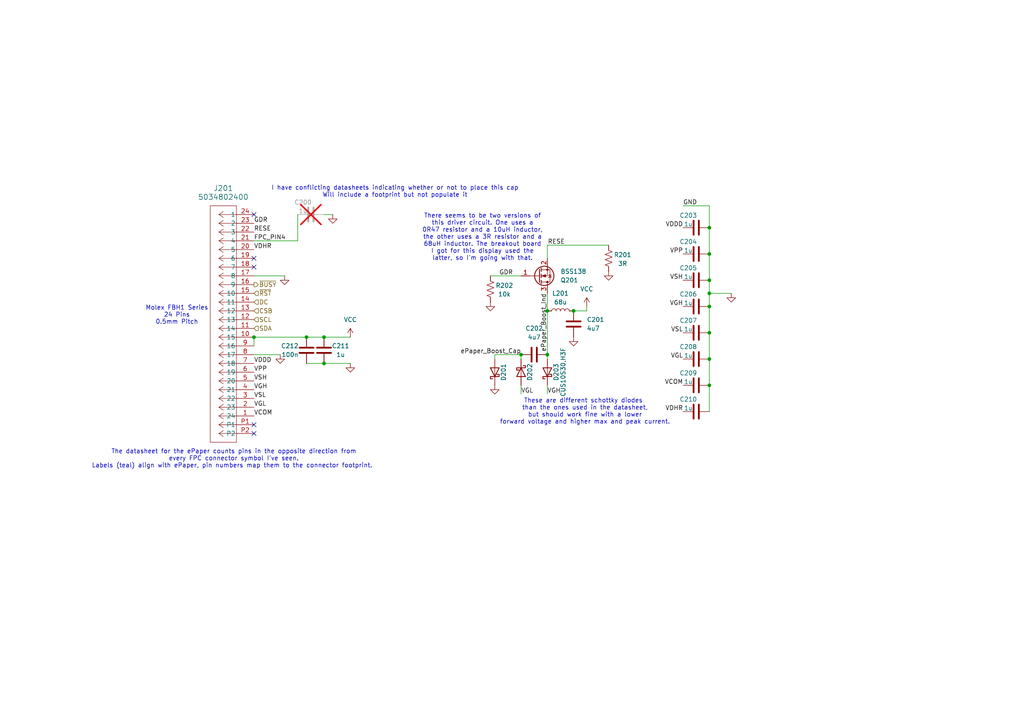
<source format=kicad_sch>
(kicad_sch (version 20250114) (generator "eeschema") (generator_version "9.0")
  (paper "A4")
  (title_block (title "Game of Life PCB Business Card") (date "2025-08-29") (rev "1.0") (company "Adam Sura"))
  (lib_symbols
    (symbol "Device:C" (pin_numbers (hide yes)) (pin_names (offset 0.254))
      (property "Reference" "C" (at 0.635 2.54 0))
      (property "Value" "C" (at 0.635 -2.54 0))
      (symbol "C_0_1"
        (polyline (pts (xy -2.032 0.762) (xy 2.032 0.762)) (stroke (width 0.508)))
        (polyline (pts (xy -2.032 -0.762) (xy 2.032 -0.762)) (stroke (width 0.508)))
      )
      (symbol "C_1_1"
        (pin passive line (at 0 3.81 270) (length 2.794) (name "~") (number "1"))
        (pin passive line (at 0 -3.81 90) (length 2.794) (name "~") (number "2"))
      )
    )
    (symbol "Device:D_Schottky" (pin_numbers (hide yes)) (pin_names (offset 1.016) (hide yes))
      (property "Reference" "D" (at 0 2.54 0))
      (property "Value" "D_Schottky" (at 0 -2.54 0))
      (symbol "D_Schottky_0_1"
        (polyline (pts (xy -1.905 0.635) (xy -1.905 1.27) (xy -1.27 1.27) (xy -1.27 -1.27) (xy -0.635 -1.27) (xy -0.635 -0.635)) (stroke (width 0.254)))
        (polyline (pts (xy 1.27 1.27) (xy 1.27 -1.27) (xy -1.27 0) (xy 1.27 1.27)) (stroke (width 0.254)))
        (polyline (pts (xy 1.27 0) (xy -1.27 0)))
      )
      (symbol "D_Schottky_1_1"
        (pin passive line (at -3.81 0 0) (length 2.54) (name "K") (number "1"))
        (pin passive line (at 3.81 0 180) (length 2.54) (name "A") (number "2"))
      )
    )
    (symbol "Device:L" (pin_numbers (hide yes)) (pin_names (offset 1.016) (hide yes))
      (property "Reference" "L" (at -1.27 0 90))
      (property "Value" "L" (at 1.905 0 90))
      (symbol "L_0_1"
        (arc (start 0 2.54) (mid 0.6323 1.905) (end 0 1.27))
        (arc (start 0 1.27) (mid 0.6323 0.635) (end 0 0))
        (arc (start 0 0) (mid 0.6323 -0.635) (end 0 -1.27))
        (arc (start 0 -1.27) (mid 0.6323 -1.905) (end 0 -2.54))
      )
      (symbol "L_1_1"
        (pin passive line (at 0 3.81 270) (length 1.27) (name "1") (number "1"))
        (pin passive line (at 0 -3.81 90) (length 1.27) (name "2") (number "2"))
      )
    )
    (symbol "Device:R_US" (pin_numbers (hide yes)) (pin_names (offset 0))
      (property "Reference" "R" (at 2.54 0 90))
      (property "Value" "R_US" (at -2.54 0 90))
      (symbol "R_US_0_1"
        (polyline (pts (xy 0 2.286) (xy 0 2.54)))
        (polyline (pts (xy 0 2.286) (xy 1.016 1.905) (xy 0 1.524) (xy -1.016 1.143) (xy 0 0.762)))
        (polyline (pts (xy 0 0.762) (xy 1.016 0.381) (xy 0 0) (xy -1.016 -0.381) (xy 0 -0.762)))
        (polyline (pts (xy 0 -0.762) (xy 1.016 -1.143) (xy 0 -1.524) (xy -1.016 -1.905) (xy 0 -2.286)))
        (polyline (pts (xy 0 -2.286) (xy 0 -2.54)))
      )
      (symbol "R_US_1_1"
        (pin passive line (at 0 3.81 270) (length 1.27) (name "~") (number "1"))
        (pin passive line (at 0 -3.81 90) (length 1.27) (name "~") (number "2"))
      )
    )
    (symbol "Transistor_FET:BSS138" (pin_names (hide yes))
      (property "Reference" "Q" (at 5.08 1.905 0))
      (property "Value" "BSS138" (at 5.08 0 0))
      (symbol "BSS138_0_1"
        (polyline (pts (xy 0.254 1.905) (xy 0.254 -1.905)) (stroke (width 0.254)))
        (polyline (pts (xy 0.254 0) (xy -2.54 0)))
        (polyline (pts (xy 0.762 2.286) (xy 0.762 1.27)) (stroke (width 0.254)))
        (polyline (pts (xy 0.762 0.508) (xy 0.762 -0.508)) (stroke (width 0.254)))
        (polyline (pts (xy 0.762 -1.27) (xy 0.762 -2.286)) (stroke (width 0.254)))
        (polyline (pts (xy 0.762 -1.778) (xy 3.302 -1.778) (xy 3.302 1.778) (xy 0.762 1.778)))
        (polyline (pts (xy 1.016 0) (xy 2.032 0.381) (xy 2.032 -0.381) (xy 1.016 0)) (fill (type outline)))
        (circle (center 1.651 0) (radius 2.794) (stroke (width 0.254)))
        (polyline (pts (xy 2.54 2.54) (xy 2.54 1.778)))
        (circle (center 2.54 1.778) (radius 0.254) (fill (type outline)))
        (circle (center 2.54 -1.778) (radius 0.254) (fill (type outline)))
        (polyline (pts (xy 2.54 -2.54) (xy 2.54 0) (xy 0.762 0)))
        (polyline (pts (xy 2.794 0.508) (xy 2.921 0.381) (xy 3.683 0.381) (xy 3.81 0.254)))
        (polyline (pts (xy 3.302 0.381) (xy 2.921 -0.254) (xy 3.683 -0.254) (xy 3.302 0.381)))
      )
      (symbol "BSS138_1_1"
        (pin input line (at -5.08 0 0) (length 2.54) (name "G") (number "1"))
        (pin passive line (at 2.54 5.08 270) (length 2.54) (name "D") (number "3"))
        (pin passive line (at 2.54 -5.08 90) (length 2.54) (name "S") (number "2"))
      )
    )
    (symbol "gol_card_sym:5034802400" (pin_names (offset 0.254))
      (property "Reference" "J" (at 8.89 6.35 0))
      (property "Value" "5034802400" (at 0 0 0))
      (symbol "5034802400_1_1"
        (polyline (pts (xy 5.08 2.54) (xy 5.08 -66.04)) (stroke (width 0.127)))
        (polyline (pts (xy 5.08 -66.04) (xy 12.7 -66.04)) (stroke (width 0.127)))
        (polyline (pts (xy 10.16 0) (xy 5.08 0)) (stroke (width 0.127)))
        (polyline (pts (xy 10.16 0) (xy 8.89 0.8467)) (stroke (width 0.127)))
        (polyline (pts (xy 10.16 0) (xy 8.89 -0.8467)) (stroke (width 0.127)))
        (polyline (pts (xy 10.16 -2.54) (xy 5.08 -2.54)) (stroke (width 0.127)))
        (polyline (pts (xy 10.16 -2.54) (xy 8.89 -1.6933)) (stroke (width 0.127)))
        (polyline (pts (xy 10.16 -2.54) (xy 8.89 -3.3867)) (stroke (width 0.127)))
        (polyline (pts (xy 10.16 -5.08) (xy 5.08 -5.08)) (stroke (width 0.127)))
        (polyline (pts (xy 10.16 -5.08) (xy 8.89 -4.2333)) (stroke (width 0.127)))
        (polyline (pts (xy 10.16 -5.08) (xy 8.89 -5.9267)) (stroke (width 0.127)))
        (polyline (pts (xy 10.16 -7.62) (xy 5.08 -7.62)) (stroke (width 0.127)))
        (polyline (pts (xy 10.16 -7.62) (xy 8.89 -6.7733)) (stroke (width 0.127)))
        (polyline (pts (xy 10.16 -7.62) (xy 8.89 -8.4667)) (stroke (width 0.127)))
        (polyline (pts (xy 10.16 -10.16) (xy 5.08 -10.16)) (stroke (width 0.127)))
        (polyline (pts (xy 10.16 -10.16) (xy 8.89 -9.3133)) (stroke (width 0.127)))
        (polyline (pts (xy 10.16 -10.16) (xy 8.89 -11.0067)) (stroke (width 0.127)))
        (polyline (pts (xy 10.16 -12.7) (xy 5.08 -12.7)) (stroke (width 0.127)))
        (polyline (pts (xy 10.16 -12.7) (xy 8.89 -11.8533)) (stroke (width 0.127)))
        (polyline (pts (xy 10.16 -12.7) (xy 8.89 -13.5467)) (stroke (width 0.127)))
        (polyline (pts (xy 10.16 -15.24) (xy 5.08 -15.24)) (stroke (width 0.127)))
        (polyline (pts (xy 10.16 -15.24) (xy 8.89 -14.3933)) (stroke (width 0.127)))
        (polyline (pts (xy 10.16 -15.24) (xy 8.89 -16.0867)) (stroke (width 0.127)))
        (polyline (pts (xy 10.16 -17.78) (xy 5.08 -17.78)) (stroke (width 0.127)))
        (polyline (pts (xy 10.16 -17.78) (xy 8.89 -16.9333)) (stroke (width 0.127)))
        (polyline (pts (xy 10.16 -17.78) (xy 8.89 -18.6267)) (stroke (width 0.127)))
        (polyline (pts (xy 10.16 -20.32) (xy 5.08 -20.32)) (stroke (width 0.127)))
        (polyline (pts (xy 10.16 -20.32) (xy 8.89 -19.4733)) (stroke (width 0.127)))
        (polyline (pts (xy 10.16 -20.32) (xy 8.89 -21.1667)) (stroke (width 0.127)))
        (polyline (pts (xy 10.16 -22.86) (xy 5.08 -22.86)) (stroke (width 0.127)))
        (polyline (pts (xy 10.16 -22.86) (xy 8.89 -22.0133)) (stroke (width 0.127)))
        (polyline (pts (xy 10.16 -22.86) (xy 8.89 -23.7067)) (stroke (width 0.127)))
        (polyline (pts (xy 10.16 -25.4) (xy 5.08 -25.4)) (stroke (width 0.127)))
        (polyline (pts (xy 10.16 -25.4) (xy 8.89 -24.5533)) (stroke (width 0.127)))
        (polyline (pts (xy 10.16 -25.4) (xy 8.89 -26.2467)) (stroke (width 0.127)))
        (polyline (pts (xy 10.16 -27.94) (xy 5.08 -27.94)) (stroke (width 0.127)))
        (polyline (pts (xy 10.16 -27.94) (xy 8.89 -27.0933)) (stroke (width 0.127)))
        (polyline (pts (xy 10.16 -27.94) (xy 8.89 -28.7867)) (stroke (width 0.127)))
        (polyline (pts (xy 10.16 -30.48) (xy 5.08 -30.48)) (stroke (width 0.127)))
        (polyline (pts (xy 10.16 -30.48) (xy 8.89 -29.6333)) (stroke (width 0.127)))
        (polyline (pts (xy 10.16 -30.48) (xy 8.89 -31.3267)) (stroke (width 0.127)))
        (polyline (pts (xy 10.16 -33.02) (xy 5.08 -33.02)) (stroke (width 0.127)))
        (polyline (pts (xy 10.16 -33.02) (xy 8.89 -32.1733)) (stroke (width 0.127)))
        (polyline (pts (xy 10.16 -33.02) (xy 8.89 -33.8667)) (stroke (width 0.127)))
        (polyline (pts (xy 10.16 -35.56) (xy 5.08 -35.56)) (stroke (width 0.127)))
        (polyline (pts (xy 10.16 -35.56) (xy 8.89 -34.7133)) (stroke (width 0.127)))
        (polyline (pts (xy 10.16 -35.56) (xy 8.89 -36.4067)) (stroke (width 0.127)))
        (polyline (pts (xy 10.16 -38.1) (xy 5.08 -38.1)) (stroke (width 0.127)))
        (polyline (pts (xy 10.16 -38.1) (xy 8.89 -37.2533)) (stroke (width 0.127)))
        (polyline (pts (xy 10.16 -38.1) (xy 8.89 -38.9467)) (stroke (width 0.127)))
        (polyline (pts (xy 10.16 -40.64) (xy 5.08 -40.64)) (stroke (width 0.127)))
        (polyline (pts (xy 10.16 -40.64) (xy 8.89 -39.7933)) (stroke (width 0.127)))
        (polyline (pts (xy 10.16 -40.64) (xy 8.89 -41.4867)) (stroke (width 0.127)))
        (polyline (pts (xy 10.16 -43.18) (xy 5.08 -43.18)) (stroke (width 0.127)))
        (polyline (pts (xy 10.16 -43.18) (xy 8.89 -42.3333)) (stroke (width 0.127)))
        (polyline (pts (xy 10.16 -43.18) (xy 8.89 -44.0267)) (stroke (width 0.127)))
        (polyline (pts (xy 10.16 -45.72) (xy 5.08 -45.72)) (stroke (width 0.127)))
        (polyline (pts (xy 10.16 -45.72) (xy 8.89 -44.8733)) (stroke (width 0.127)))
        (polyline (pts (xy 10.16 -45.72) (xy 8.89 -46.5667)) (stroke (width 0.127)))
        (polyline (pts (xy 10.16 -48.26) (xy 5.08 -48.26)) (stroke (width 0.127)))
        (polyline (pts (xy 10.16 -48.26) (xy 8.89 -47.4133)) (stroke (width 0.127)))
        (polyline (pts (xy 10.16 -48.26) (xy 8.89 -49.1067)) (stroke (width 0.127)))
        (polyline (pts (xy 10.16 -50.8) (xy 5.08 -50.8)) (stroke (width 0.127)))
        (polyline (pts (xy 10.16 -50.8) (xy 8.89 -49.9533)) (stroke (width 0.127)))
        (polyline (pts (xy 10.16 -50.8) (xy 8.89 -51.6467)) (stroke (width 0.127)))
        (polyline (pts (xy 10.16 -53.34) (xy 5.08 -53.34)) (stroke (width 0.127)))
        (polyline (pts (xy 10.16 -53.34) (xy 8.89 -52.4933)) (stroke (width 0.127)))
        (polyline (pts (xy 10.16 -53.34) (xy 8.89 -54.1867)) (stroke (width 0.127)))
        (polyline (pts (xy 10.16 -55.88) (xy 5.08 -55.88)) (stroke (width 0.127)))
        (polyline (pts (xy 10.16 -55.88) (xy 8.89 -55.0333)) (stroke (width 0.127)))
        (polyline (pts (xy 10.16 -55.88) (xy 8.89 -56.7267)) (stroke (width 0.127)))
        (polyline (pts (xy 10.16 -58.42) (xy 5.08 -58.42)) (stroke (width 0.127)))
        (polyline (pts (xy 10.16 -58.42) (xy 8.89 -57.5733)) (stroke (width 0.127)))
        (polyline (pts (xy 10.16 -58.42) (xy 8.89 -59.2667)) (stroke (width 0.127)))
        (polyline (pts (xy 10.16 -60.96) (xy 5.08 -60.96)) (stroke (width 0.127)))
        (polyline (pts (xy 10.16 -60.96) (xy 8.89 -60.1133)) (stroke (width 0.127)))
        (polyline (pts (xy 10.16 -60.96) (xy 8.89 -61.8067)) (stroke (width 0.127)))
        (polyline (pts (xy 10.16 -63.5) (xy 5.08 -63.5)) (stroke (width 0.127)))
        (polyline (pts (xy 10.16 -63.5) (xy 8.89 -62.6533)) (stroke (width 0.127)))
        (polyline (pts (xy 10.16 -63.5) (xy 8.89 -64.3467)) (stroke (width 0.127)))
        (polyline (pts (xy 12.7 2.54) (xy 5.08 2.54)) (stroke (width 0.127)))
        (polyline (pts (xy 12.7 -66.04) (xy 12.7 2.54)) (stroke (width 0.127)))
        (pin unspecified line (at 0 0 0) (length 5.08) (name "1") (number "24"))
        (pin unspecified line (at 0 -2.54 0) (length 5.08) (name "2") (number "23"))
        (pin unspecified line (at 0 -5.08 0) (length 5.08) (name "3") (number "22"))
        (pin unspecified line (at 0 -7.62 0) (length 5.08) (name "4") (number "21"))
        (pin unspecified line (at 0 -10.16 0) (length 5.08) (name "5") (number "20"))
        (pin unspecified line (at 0 -12.7 0) (length 5.08) (name "6") (number "19"))
        (pin unspecified line (at 0 -15.24 0) (length 5.08) (name "7") (number "18"))
        (pin unspecified line (at 0 -17.78 0) (length 5.08) (name "8") (number "17"))
        (pin unspecified line (at 0 -20.32 0) (length 5.08) (name "9") (number "16"))
        (pin unspecified line (at 0 -22.86 0) (length 5.08) (name "10") (number "15"))
        (pin unspecified line (at 0 -25.4 0) (length 5.08) (name "11") (number "14"))
        (pin unspecified line (at 0 -27.94 0) (length 5.08) (name "12") (number "13"))
        (pin unspecified line (at 0 -30.48 0) (length 5.08) (name "13") (number "12"))
        (pin unspecified line (at 0 -33.02 0) (length 5.08) (name "14") (number "11"))
        (pin unspecified line (at 0 -35.56 0) (length 5.08) (name "15") (number "10"))
        (pin unspecified line (at 0 -38.1 0) (length 5.08) (name "16") (number "9"))
        (pin unspecified line (at 0 -40.64 0) (length 5.08) (name "17") (number "8"))
        (pin unspecified line (at 0 -43.18 0) (length 5.08) (name "18") (number "7"))
        (pin unspecified line (at 0 -45.72 0) (length 5.08) (name "19") (number "6"))
        (pin unspecified line (at 0 -48.26 0) (length 5.08) (name "20") (number "5"))
        (pin unspecified line (at 0 -50.8 0) (length 5.08) (name "21") (number "4"))
        (pin unspecified line (at 0 -53.34 0) (length 5.08) (name "22") (number "3"))
        (pin unspecified line (at 0 -55.88 0) (length 5.08) (name "23") (number "2"))
        (pin unspecified line (at 0 -58.42 0) (length 5.08) (name "24") (number "1"))
        (pin unspecified line (at 0 -60.96 0) (length 5.08) (name "P1") (number "P1"))
        (pin unspecified line (at 0 -63.5 0) (length 5.08) (name "P2") (number "P2"))
      )
      (symbol "5034802400_1_2"
        (polyline (pts (xy 5.08 2.54) (xy 5.08 -66.04)) (stroke (width 0.127)))
        (polyline (pts (xy 5.08 -66.04) (xy 12.7 -66.04)) (stroke (width 0.127)))
        (polyline (pts (xy 7.62 0) (xy 5.08 0)) (stroke (width 0.127)))
        (polyline (pts (xy 7.62 0) (xy 8.89 0.8467)) (stroke (width 0.127)))
        (polyline (pts (xy 7.62 0) (xy 8.89 -0.8467)) (stroke (width 0.127)))
        (polyline (pts (xy 7.62 -2.54) (xy 5.08 -2.54)) (stroke (width 0.127)))
        (polyline (pts (xy 7.62 -2.54) (xy 8.89 -1.6933)) (stroke (width 0.127)))
        (polyline (pts (xy 7.62 -2.54) (xy 8.89 -3.3867)) (stroke (width 0.127)))
        (polyline (pts (xy 7.62 -5.08) (xy 5.08 -5.08)) (stroke (width 0.127)))
        (polyline (pts (xy 7.62 -5.08) (xy 8.89 -4.2333)) (stroke (width 0.127)))
        (polyline (pts (xy 7.62 -5.08) (xy 8.89 -5.9267)) (stroke (width 0.127)))
        (polyline (pts (xy 7.62 -7.62) (xy 5.08 -7.62)) (stroke (width 0.127)))
        (polyline (pts (xy 7.62 -7.62) (xy 8.89 -6.7733)) (stroke (width 0.127)))
        (polyline (pts (xy 7.62 -7.62) (xy 8.89 -8.4667)) (stroke (width 0.127)))
        (polyline (pts (xy 7.62 -10.16) (xy 5.08 -10.16)) (stroke (width 0.127)))
        (polyline (pts (xy 7.62 -10.16) (xy 8.89 -9.3133)) (stroke (width 0.127)))
        (polyline (pts (xy 7.62 -10.16) (xy 8.89 -11.0067)) (stroke (width 0.127)))
        (polyline (pts (xy 7.62 -12.7) (xy 5.08 -12.7)) (stroke (width 0.127)))
        (polyline (pts (xy 7.62 -12.7) (xy 8.89 -11.8533)) (stroke (width 0.127)))
        (polyline (pts (xy 7.62 -12.7) (xy 8.89 -13.5467)) (stroke (width 0.127)))
        (polyline (pts (xy 7.62 -15.24) (xy 5.08 -15.24)) (stroke (width 0.127)))
        (polyline (pts (xy 7.62 -15.24) (xy 8.89 -14.3933)) (stroke (width 0.127)))
        (polyline (pts (xy 7.62 -15.24) (xy 8.89 -16.0867)) (stroke (width 0.127)))
        (polyline (pts (xy 7.62 -17.78) (xy 5.08 -17.78)) (stroke (width 0.127)))
        (polyline (pts (xy 7.62 -17.78) (xy 8.89 -16.9333)) (stroke (width 0.127)))
        (polyline (pts (xy 7.62 -17.78) (xy 8.89 -18.6267)) (stroke (width 0.127)))
        (polyline (pts (xy 7.62 -20.32) (xy 5.08 -20.32)) (stroke (width 0.127)))
        (polyline (pts (xy 7.62 -20.32) (xy 8.89 -19.4733)) (stroke (width 0.127)))
        (polyline (pts (xy 7.62 -20.32) (xy 8.89 -21.1667)) (stroke (width 0.127)))
        (polyline (pts (xy 7.62 -22.86) (xy 5.08 -22.86)) (stroke (width 0.127)))
        (polyline (pts (xy 7.62 -22.86) (xy 8.89 -22.0133)) (stroke (width 0.127)))
        (polyline (pts (xy 7.62 -22.86) (xy 8.89 -23.7067)) (stroke (width 0.127)))
        (polyline (pts (xy 7.62 -25.4) (xy 5.08 -25.4)) (stroke (width 0.127)))
        (polyline (pts (xy 7.62 -25.4) (xy 8.89 -24.5533)) (stroke (width 0.127)))
        (polyline (pts (xy 7.62 -25.4) (xy 8.89 -26.2467)) (stroke (width 0.127)))
        (polyline (pts (xy 7.62 -27.94) (xy 5.08 -27.94)) (stroke (width 0.127)))
        (polyline (pts (xy 7.62 -27.94) (xy 8.89 -27.0933)) (stroke (width 0.127)))
        (polyline (pts (xy 7.62 -27.94) (xy 8.89 -28.7867)) (stroke (width 0.127)))
        (polyline (pts (xy 7.62 -30.48) (xy 5.08 -30.48)) (stroke (width 0.127)))
        (polyline (pts (xy 7.62 -30.48) (xy 8.89 -29.6333)) (stroke (width 0.127)))
        (polyline (pts (xy 7.62 -30.48) (xy 8.89 -31.3267)) (stroke (width 0.127)))
        (polyline (pts (xy 7.62 -33.02) (xy 5.08 -33.02)) (stroke (width 0.127)))
        (polyline (pts (xy 7.62 -33.02) (xy 8.89 -32.1733)) (stroke (width 0.127)))
        (polyline (pts (xy 7.62 -33.02) (xy 8.89 -33.8667)) (stroke (width 0.127)))
        (polyline (pts (xy 7.62 -35.56) (xy 5.08 -35.56)) (stroke (width 0.127)))
        (polyline (pts (xy 7.62 -35.56) (xy 8.89 -34.7133)) (stroke (width 0.127)))
        (polyline (pts (xy 7.62 -35.56) (xy 8.89 -36.4067)) (stroke (width 0.127)))
        (polyline (pts (xy 7.62 -38.1) (xy 5.08 -38.1)) (stroke (width 0.127)))
        (polyline (pts (xy 7.62 -38.1) (xy 8.89 -37.2533)) (stroke (width 0.127)))
        (polyline (pts (xy 7.62 -38.1) (xy 8.89 -38.9467)) (stroke (width 0.127)))
        (polyline (pts (xy 7.62 -40.64) (xy 5.08 -40.64)) (stroke (width 0.127)))
        (polyline (pts (xy 7.62 -40.64) (xy 8.89 -39.7933)) (stroke (width 0.127)))
        (polyline (pts (xy 7.62 -40.64) (xy 8.89 -41.4867)) (stroke (width 0.127)))
        (polyline (pts (xy 7.62 -43.18) (xy 5.08 -43.18)) (stroke (width 0.127)))
        (polyline (pts (xy 7.62 -43.18) (xy 8.89 -42.3333)) (stroke (width 0.127)))
        (polyline (pts (xy 7.62 -43.18) (xy 8.89 -44.0267)) (stroke (width 0.127)))
        (polyline (pts (xy 7.62 -45.72) (xy 5.08 -45.72)) (stroke (width 0.127)))
        (polyline (pts (xy 7.62 -45.72) (xy 8.89 -44.8733)) (stroke (width 0.127)))
        (polyline (pts (xy 7.62 -45.72) (xy 8.89 -46.5667)) (stroke (width 0.127)))
        (polyline (pts (xy 7.62 -48.26) (xy 5.08 -48.26)) (stroke (width 0.127)))
        (polyline (pts (xy 7.62 -48.26) (xy 8.89 -47.4133)) (stroke (width 0.127)))
        (polyline (pts (xy 7.62 -48.26) (xy 8.89 -49.1067)) (stroke (width 0.127)))
        (polyline (pts (xy 7.62 -50.8) (xy 5.08 -50.8)) (stroke (width 0.127)))
        (polyline (pts (xy 7.62 -50.8) (xy 8.89 -49.9533)) (stroke (width 0.127)))
        (polyline (pts (xy 7.62 -50.8) (xy 8.89 -51.6467)) (stroke (width 0.127)))
        (polyline (pts (xy 7.62 -53.34) (xy 5.08 -53.34)) (stroke (width 0.127)))
        (polyline (pts (xy 7.62 -53.34) (xy 8.89 -52.4933)) (stroke (width 0.127)))
        (polyline (pts (xy 7.62 -53.34) (xy 8.89 -54.1867)) (stroke (width 0.127)))
        (polyline (pts (xy 7.62 -55.88) (xy 5.08 -55.88)) (stroke (width 0.127)))
        (polyline (pts (xy 7.62 -55.88) (xy 8.89 -55.0333)) (stroke (width 0.127)))
        (polyline (pts (xy 7.62 -55.88) (xy 8.89 -56.7267)) (stroke (width 0.127)))
        (polyline (pts (xy 7.62 -58.42) (xy 5.08 -58.42)) (stroke (width 0.127)))
        (polyline (pts (xy 7.62 -58.42) (xy 8.89 -57.5733)) (stroke (width 0.127)))
        (polyline (pts (xy 7.62 -58.42) (xy 8.89 -59.2667)) (stroke (width 0.127)))
        (polyline (pts (xy 7.62 -60.96) (xy 5.08 -60.96)) (stroke (width 0.127)))
        (polyline (pts (xy 7.62 -60.96) (xy 8.89 -60.1133)) (stroke (width 0.127)))
        (polyline (pts (xy 7.62 -60.96) (xy 8.89 -61.8067)) (stroke (width 0.127)))
        (polyline (pts (xy 7.62 -63.5) (xy 5.08 -63.5)) (stroke (width 0.127)))
        (polyline (pts (xy 7.62 -63.5) (xy 8.89 -62.6533)) (stroke (width 0.127)))
        (polyline (pts (xy 7.62 -63.5) (xy 8.89 -64.3467)) (stroke (width 0.127)))
        (polyline (pts (xy 12.7 2.54) (xy 5.08 2.54)) (stroke (width 0.127)))
        (polyline (pts (xy 12.7 -66.04) (xy 12.7 2.54)) (stroke (width 0.127)))
        (pin unspecified line (at 0 0 0) (length 5.08) (name "1") (number "1"))
        (pin unspecified line (at 0 -2.54 0) (length 5.08) (name "2") (number "2"))
        (pin unspecified line (at 0 -5.08 0) (length 5.08) (name "3") (number "3"))
        (pin unspecified line (at 0 -7.62 0) (length 5.08) (name "4") (number "4"))
        (pin unspecified line (at 0 -10.16 0) (length 5.08) (name "5") (number "5"))
        (pin unspecified line (at 0 -12.7 0) (length 5.08) (name "6") (number "6"))
        (pin unspecified line (at 0 -15.24 0) (length 5.08) (name "7") (number "7"))
        (pin unspecified line (at 0 -17.78 0) (length 5.08) (name "8") (number "8"))
        (pin unspecified line (at 0 -20.32 0) (length 5.08) (name "9") (number "9"))
        (pin unspecified line (at 0 -22.86 0) (length 5.08) (name "10") (number "10"))
        (pin unspecified line (at 0 -25.4 0) (length 5.08) (name "11") (number "11"))
        (pin unspecified line (at 0 -27.94 0) (length 5.08) (name "12") (number "12"))
        (pin unspecified line (at 0 -30.48 0) (length 5.08) (name "13") (number "13"))
        (pin unspecified line (at 0 -33.02 0) (length 5.08) (name "14") (number "14"))
        (pin unspecified line (at 0 -35.56 0) (length 5.08) (name "15") (number "15"))
        (pin unspecified line (at 0 -38.1 0) (length 5.08) (name "16") (number "16"))
        (pin unspecified line (at 0 -40.64 0) (length 5.08) (name "17") (number "17"))
        (pin unspecified line (at 0 -43.18 0) (length 5.08) (name "18") (number "18"))
        (pin unspecified line (at 0 -45.72 0) (length 5.08) (name "19") (number "19"))
        (pin unspecified line (at 0 -48.26 0) (length 5.08) (name "20") (number "20"))
        (pin unspecified line (at 0 -50.8 0) (length 5.08) (name "21") (number "21"))
        (pin unspecified line (at 0 -53.34 0) (length 5.08) (name "22") (number "22"))
        (pin unspecified line (at 0 -55.88 0) (length 5.08) (name "23") (number "23"))
        (pin unspecified line (at 0 -58.42 0) (length 5.08) (name "24") (number "24"))
        (pin unspecified line (at 0 -60.96 0) (length 5.08) (name "P1") (number "P1"))
        (pin unspecified line (at 0 -63.5 0) (length 5.08) (name "P2") (number "P2"))
      )
    )
    (symbol "power:GND" (power) (pin_numbers (hide yes)) (pin_names (offset 0) (hide yes))
      (property "Value" "GND" (at 0 -3.81 0))
      (symbol "GND_0_1"
        (polyline (pts (xy 0 0) (xy 0 -1.27) (xy 1.27 -1.27) (xy 0 -2.54) (xy -1.27 -1.27) (xy 0 -1.27)))
      )
      (symbol "GND_1_1"
        (pin power_in line (at 0 0 270) (length 0) (name "~") (number "1"))
      )
    )
    (symbol "power:VCC" (power) (pin_numbers (hide yes)) (pin_names (offset 0) (hide yes))
      (property "Value" "VCC" (at 0 3.556 0))
      (symbol "VCC_0_1"
        (polyline (pts (xy -0.762 1.27) (xy 0 2.54)))
        (polyline (pts (xy 0 2.54) (xy 0.762 1.27)))
        (polyline (pts (xy 0 0) (xy 0 2.54)))
      )
      (symbol "VCC_1_1"
        (pin power_in line (at 0 0 90) (length 0) (name "~") (number "1"))
      )
    )
  )
  (text "The datasheet for the ePaper counts pins in the opposite direction from\nevery FPC connector symbol I've seen.\nLabels (teal) align with ePaper, pin numbers map them to the connector footprint. " (at 67.818 133.096 0) (effects (font (size 1.27 1.27))))
  (text "Molex FBH1 Series\n24 Pins\n0.5mm Pitch" (at 51.308 91.44 0) (effects (font (size 1.27 1.27))))
  (text "These are different schottky diodes \nthan the ones used in the datasheet,\nbut should work fine with a lower\nforward voltage and higher max and peak current." (at 169.672 119.38 0) (effects (font (size 1.27 1.27))))
  (text "There seems to be two versions of\nthis driver circuit. One uses a\n0R47 resistor and a 10uH inductor,\nthe other uses a 3R resistor and a\n68uH inductor. The breakout board\nI got for this display used the\nlatter, so I'm going with that." (at 139.954 68.834 0) (effects (font (size 1.27 1.27))))
  (text "I have conflicting datasheets indicating whether or not to place this cap\nWill include a footprint but not populate it" (at 114.554 55.626 0) (effects (font (size 1.27 1.27))))
  (junction (at 158.75 102.87))
  (junction (at 205.74 66.04))
  (junction (at 93.98 97.79))
  (junction (at 205.74 88.9))
  (junction (at 205.74 111.76))
  (junction (at 93.98 105.41))
  (junction (at 205.74 96.52))
  (junction (at 151.13 102.87))
  (junction (at 205.74 104.14))
  (junction (at 205.74 85.09))
  (junction (at 205.74 81.28))
  (junction (at 205.74 73.66))
  (junction (at 73.66 97.79))
  (junction (at 166.37 90.17))
  (junction (at 88.9 97.79))
  (junction (at 158.75 90.17))
  (no_connect (at 73.66 62.23))
  (no_connect (at 73.66 123.19))
  (no_connect (at 73.66 74.93))
  (no_connect (at 73.66 77.47))
  (no_connect (at 73.66 125.73))
  (wire (pts (xy 101.6 105.41) (xy 93.98 105.41)))
  (wire (pts (xy 93.98 97.79) (xy 88.9 97.79)))
  (wire (pts (xy 73.66 80.01) (xy 82.55 80.01)))
  (wire (pts (xy 93.98 105.41) (xy 88.9 105.41)))
  (wire (pts (xy 151.13 102.87) (xy 143.51 102.87)))
  (wire (pts (xy 101.6 97.79) (xy 93.98 97.79)))
  (wire (pts (xy 151.13 102.87) (xy 151.13 104.14)))
  (wire (pts (xy 198.12 59.69) (xy 205.74 59.69)))
  (wire (pts (xy 93.98 62.23) (xy 96.52 62.23)))
  (wire (pts (xy 73.66 97.79) (xy 73.66 100.33)))
  (wire (pts (xy 73.66 102.87) (xy 81.28 102.87)))
  (wire (pts (xy 205.74 104.14) (xy 205.74 111.76)))
  (wire (pts (xy 205.74 81.28) (xy 205.74 85.09)))
  (wire (pts (xy 143.51 102.87) (xy 143.51 104.14)))
  (wire (pts (xy 158.75 74.93) (xy 158.75 71.12)))
  (wire (pts (xy 158.75 85.09) (xy 158.75 90.17)))
  (wire (pts (xy 158.75 111.76) (xy 158.75 114.3)))
  (wire (pts (xy 205.74 66.04) (xy 205.74 73.66)))
  (wire (pts (xy 205.74 88.9) (xy 205.74 96.52)))
  (wire (pts (xy 86.36 69.85) (xy 86.36 62.23)))
  (wire (pts (xy 205.74 59.69) (xy 205.74 66.04)))
  (wire (pts (xy 205.74 111.76) (xy 205.74 119.38)))
  (wire (pts (xy 73.66 69.85) (xy 86.36 69.85)))
  (wire (pts (xy 73.66 97.79) (xy 88.9 97.79)))
  (wire (pts (xy 158.75 90.17) (xy 158.75 102.87)))
  (wire (pts (xy 205.74 73.66) (xy 205.74 81.28)))
  (wire (pts (xy 151.13 111.76) (xy 151.13 114.3)))
  (wire (pts (xy 170.18 88.9) (xy 170.18 90.17)))
  (wire (pts (xy 205.74 85.09) (xy 212.09 85.09)))
  (wire (pts (xy 142.24 80.01) (xy 151.13 80.01)))
  (wire (pts (xy 205.74 85.09) (xy 205.74 88.9)))
  (wire (pts (xy 158.75 71.12) (xy 176.53 71.12)))
  (wire (pts (xy 205.74 96.52) (xy 205.74 104.14)))
  (wire (pts (xy 166.37 90.17) (xy 170.18 90.17)))
  (wire (pts (xy 158.75 102.87) (xy 158.75 104.14)))
  (label "VDDD" (at 73.66 105.41 0))
  (label "VGL" (at 151.13 114.3 0))
  (label "VPP" (at 198.12 73.66 180))
  (label "VDDD" (at 198.12 66.04 180))
  (label "ePaper_Boost_Ind" (at 158.75 85.09 270))
  (label "VSL" (at 198.12 96.52 180))
  (label "GDR" (at 144.78 80.01 0))
  (label "VDHR" (at 73.66 72.39 0))
  (label "VGH" (at 198.12 88.9 180))
  (label "VSL" (at 73.66 115.57 0))
  (label "VDHR" (at 198.12 119.38 180))
  (label "RESE" (at 73.66 67.31 0))
  (label "VCOM" (at 198.12 111.76 180))
  (label "VGH" (at 73.66 113.03 0))
  (label "GDR" (at 73.66 64.77 0))
  (label "ePaper_Boost_Cap" (at 151.13 102.87 180))
  (label "VPP" (at 73.66 107.95 0))
  (label "RESE" (at 163.83 71.12 180))
  (label "VGL" (at 198.12 104.14 180))
  (label "GND" (at 198.12 59.69 0))
  (label "VGL" (at 73.66 118.11 0))
  (label "VSH" (at 73.66 110.49 0))
  (label "VGH" (at 158.75 114.3 0))
  (label "VCOM" (at 73.66 120.65 0))
  (label "VSH" (at 198.12 81.28 180))
  (label "FPC_PIN4" (at 73.66 69.85 0))
  (hierarchical_label "~{BUSY}" (shape output) (at 73.66 82.55 0))
  (hierarchical_label "SDA" (shape input) (at 73.66 95.25 0))
  (hierarchical_label "DC" (shape input) (at 73.66 87.63 0))
  (hierarchical_label "SCL" (shape input) (at 73.66 92.71 0))
  (hierarchical_label "CSB" (shape input) (at 73.66 90.17 0))
  (hierarchical_label "~{RST}" (shape input) (at 73.66 85.09 0))
  (symbol (lib_id "Device:C") (at 201.93 66.04 90) (unit 1)
    (property "Reference" "C203" (at 199.644 62.484 90))
    (property "Value" "1u" (at 199.644 65.024 90))
    (property "Footprint" "Capacitor_SMD:C_0603_1608Metric" (effects (hide yes)))
    (property "Datasheet" "https://mm.digikey.com/Volume0/opasdata/d220001/medias/docus/3644/CL10B105KA8NNNC_spec.pdf" (effects (hide yes)))
    (property "Description" "Unpolarized capacitor" (effects (hide yes)))
    (property "SKU" "CL10B105KA8NNNC" (effects (hide yes)))
  )
  (symbol (lib_id "Device:C") (at 201.93 81.28 90) (unit 1)
    (property "Reference" "C205" (at 199.644 77.724 90))
    (property "Value" "1u" (at 199.644 80.264 90))
    (property "Footprint" "Capacitor_SMD:C_0603_1608Metric" (effects (hide yes)))
    (property "Datasheet" "https://mm.digikey.com/Volume0/opasdata/d220001/medias/docus/3644/CL10B105KA8NNNC_spec.pdf" (effects (hide yes)))
    (property "Description" "Unpolarized capacitor" (effects (hide yes)))
    (property "SKU" "CL10B105KA8NNNC" (effects (hide yes)))
  )
  (symbol (lib_id "power:GND") (at 142.24 87.63 0) (unit 1)
    (property "Reference" "#PWR09" (effects (hide yes)))
    (property "Value" "GND" (effects (hide yes)))
    (property "Description" "Power symbol creates a global label with name \"GND\" , ground" (effects (hide yes)))
  )
  (symbol (lib_id "Device:C") (at 93.98 101.6 0) (mirror y) (unit 1)
    (property "Reference" "C211" (at 98.806 100.33 0))
    (property "Value" "1u" (at 98.806 102.87 0))
    (property "Footprint" "Capacitor_SMD:C_0603_1608Metric" (effects (hide yes)))
    (property "Datasheet" "https://mm.digikey.com/Volume0/opasdata/d220001/medias/docus/3644/CL10B105KA8NNNC_spec.pdf" (effects (hide yes)))
    (property "Description" "Unpolarized capacitor" (effects (hide yes)))
    (property "SKU" "CL10B105KA8NNNC" (effects (hide yes)))
  )
  (symbol (lib_id "power:GND") (at 143.51 111.76 0) (unit 1)
    (property "Reference" "#PWR08" (effects (hide yes)))
    (property "Value" "GND" (effects (hide yes)))
    (property "Description" "Power symbol creates a global label with name \"GND\" , ground" (effects (hide yes)))
  )
  (symbol (lib_id "Device:C") (at 166.37 93.98 0) (unit 1)
    (property "Reference" "C201" (at 170.18 92.7099 0) (effects (justify left)))
    (property "Value" "4u7" (at 170.18 95.2499 0) (effects (justify left)))
    (property "Footprint" "Capacitor_SMD:C_0805_2012Metric" (effects (hide yes)))
    (property "Datasheet" "https://search.murata.co.jp/Ceramy/image/img/A01X/G101/ENG/GRM21BR61H475KE51-01.pdf" (effects (hide yes)))
    (property "Description" "Unpolarized capacitor" (effects (hide yes)))
    (property "SKU" "GRM21BR61H475KE51L" (effects (hide yes)))
  )
  (symbol (lib_id "Device:D_Schottky") (at 143.51 107.95 90) (unit 1)
    (property "Reference" "D201" (at 146.05 107.95 0))
    (property "Value" "CUS10S30,H3F" (effects (hide yes)))
    (property "Footprint" "Diode_SMD:D_SOD-323" (effects (hide yes)))
    (property "Datasheet" "https://toshiba.semicon-storage.com/info/CUS10S30_datasheet_en_20140407.pdf?did=14077&prodName=CUS10S30" (effects (hide yes)))
    (property "Description" "Schottky diode" (effects (hide yes)))
    (property "SKU" "CUS10S30,H3F" (effects (hide yes)))
  )
  (symbol (lib_id "power:VCC") (at 101.6 97.79 0) (mirror y) (unit 1)
    (property "Reference" "#PWR023" (effects (hide yes)))
    (property "Value" "VCC" (at 101.6 92.71 0))
    (property "Description" "Power symbol creates a global label with name \"VCC\"" (effects (hide yes)))
  )
  (symbol (lib_id "power:GND") (at 82.55 80.01 0) (unit 1)
    (property "Reference" "#PWR015" (effects (hide yes)))
    (property "Value" "GND" (effects (hide yes)))
    (property "Description" "Power symbol creates a global label with name \"GND\" , ground" (effects (hide yes)))
  )
  (symbol (lib_id "gol_card_sym:5034802400") (at 73.66 62.23 0) (mirror y) (unit 1)
    (property "Reference" "J201" (at 64.77 54.61 0) (effects (font (size 1.524 1.524))))
    (property "Value" "5034802400" (at 64.77 57.15 0) (effects (font (size 1.524 1.524))))
    (property "Footprint" "gol_card_fp:CON_5034802400_MOL" (effects (hide yes)))
    (property "Datasheet" "5034802400" (effects (hide yes)))
    (property "SKU" "5034802400" (effects (hide yes)))
  )
  (symbol (lib_id "Device:C") (at 88.9 101.6 0) (mirror y) (unit 1)
    (property "Reference" "C212" (at 86.614 100.33 0) (effects (justify left)))
    (property "Value" "100n" (at 86.614 102.87 0) (effects (justify left)))
    (property "Footprint" "Capacitor_SMD:C_0603_1608Metric" (effects (hide yes)))
    (property "Datasheet" "https://datasheets.kyocera-avx.com/KGM_X7R.pdf" (effects (hide yes)))
    (property "Description" "Unpolarized capacitor" (effects (hide yes)))
    (property "SKU" "KGM15BR71H104JT" (effects (hide yes)))
  )
  (symbol (lib_id "Device:C") (at 201.93 88.9 90) (unit 1)
    (property "Reference" "C206" (at 199.644 85.344 90))
    (property "Value" "1u" (at 199.644 87.884 90))
    (property "Footprint" "Capacitor_SMD:C_0603_1608Metric" (effects (hide yes)))
    (property "Datasheet" "https://mm.digikey.com/Volume0/opasdata/d220001/medias/docus/3644/CL10B105KA8NNNC_spec.pdf" (effects (hide yes)))
    (property "Description" "Unpolarized capacitor" (effects (hide yes)))
    (property "SKU" "CL10B105KA8NNNC" (effects (hide yes)))
  )
  (symbol (lib_id "Device:L") (at 162.56 90.17 90) (unit 1)
    (property "Reference" "L201" (at 162.56 85.09 90))
    (property "Value" "68u" (at 162.56 87.63 90))
    (property "Footprint" "Inductor_SMD:L_Taiyo-Yuden_NR-80xx" (effects (hide yes)))
    (property "Datasheet" "https://mm.digikey.com/Volume0/opasdata/d220001/medias/docus/6025/LSXNH8080YKL680MJG_SS.pdf" (effects (hide yes)))
    (property "Description" "Inductor" (effects (hide yes)))
    (property "SKU" " LSXNH8080YKL680MJG" (effects (hide yes)))
  )
  (symbol (lib_id "Device:R_US") (at 176.53 74.93 0) (unit 1)
    (property "Reference" "R201" (at 180.594 73.914 0))
    (property "Value" "3R" (at 180.594 76.454 0))
    (property "Footprint" "Resistor_SMD:R_0805_2012Metric" (effects (hide yes)))
    (property "Datasheet" "https://www.yageo.com/upload/media/product/products/datasheet/rchip/PYu-RC_Group_51_RoHS_L_12.pdf" (effects (hide yes)))
    (property "Description" "Resistor, US symbol" (effects (hide yes)))
    (property "SKU" "RC0805FR-073RL" (effects (hide yes)))
  )
  (symbol (lib_id "Device:C") (at 201.93 104.14 90) (unit 1)
    (property "Reference" "C208" (at 199.644 100.584 90))
    (property "Value" "1u" (at 199.644 103.124 90))
    (property "Footprint" "Capacitor_SMD:C_0603_1608Metric" (effects (hide yes)))
    (property "Datasheet" "https://mm.digikey.com/Volume0/opasdata/d220001/medias/docus/3644/CL10B105KA8NNNC_spec.pdf" (effects (hide yes)))
    (property "Description" "Unpolarized capacitor" (effects (hide yes)))
    (property "SKU" "CL10B105KA8NNNC" (effects (hide yes)))
  )
  (symbol (lib_id "power:GND") (at 81.28 102.87 0) (unit 1)
    (property "Reference" "#PWR016" (effects (hide yes)))
    (property "Value" "GND" (effects (hide yes)))
    (property "Description" "Power symbol creates a global label with name \"GND\" , ground" (effects (hide yes)))
  )
  (symbol (lib_id "Device:D_Schottky") (at 151.13 107.95 270) (unit 1)
    (property "Reference" "D202" (at 153.67 107.95 0))
    (property "Value" "CUS10S30,H3F" (effects (hide yes)))
    (property "Footprint" "Diode_SMD:D_SOD-323" (effects (hide yes)))
    (property "Datasheet" "https://toshiba.semicon-storage.com/info/CUS10S30_datasheet_en_20140407.pdf?did=14077&prodName=CUS10S30" (effects (hide yes)))
    (property "Description" "Schottky diode" (effects (hide yes)))
    (property "SKU" "CUS10S30,H3F" (effects (hide yes)))
  )
  (symbol (lib_id "Device:C") (at 201.93 111.76 90) (unit 1)
    (property "Reference" "C209" (at 199.644 108.204 90))
    (property "Value" "1u" (at 199.644 110.744 90))
    (property "Footprint" "Capacitor_SMD:C_0603_1608Metric" (effects (hide yes)))
    (property "Datasheet" "https://mm.digikey.com/Volume0/opasdata/d220001/medias/docus/3644/CL10B105KA8NNNC_spec.pdf" (effects (hide yes)))
    (property "Description" "Unpolarized capacitor" (effects (hide yes)))
    (property "SKU" "CL10B105KA8NNNC" (effects (hide yes)))
  )
  (symbol (lib_id "Device:C") (at 201.93 119.38 90) (unit 1)
    (property "Reference" "C210" (at 199.644 115.824 90))
    (property "Value" "1u" (at 199.644 118.364 90))
    (property "Footprint" "Capacitor_SMD:C_0603_1608Metric" (effects (hide yes)))
    (property "Datasheet" "https://mm.digikey.com/Volume0/opasdata/d220001/medias/docus/3644/CL10B105KA8NNNC_spec.pdf" (effects (hide yes)))
    (property "Description" "Unpolarized capacitor" (effects (hide yes)))
    (property "SKU" "CL10B105KA8NNNC" (effects (hide yes)))
  )
  (symbol (lib_id "power:GND") (at 176.53 78.74 0) (unit 1)
    (property "Reference" "#PWR012" (effects (hide yes)))
    (property "Value" "GND" (effects (hide yes)))
    (property "Description" "Power symbol creates a global label with name \"GND\" , ground" (effects (hide yes)))
  )
  (symbol (lib_id "power:GND") (at 166.37 97.79 0) (unit 1)
    (property "Reference" "#PWR011" (effects (hide yes)))
    (property "Value" "GND" (effects (hide yes)))
    (property "Description" "Power symbol creates a global label with name \"GND\" , ground" (effects (hide yes)))
  )
  (symbol (lib_id "Device:D_Schottky") (at 158.75 107.95 90) (unit 1)
    (property "Reference" "D203" (at 161.29 107.95 0))
    (property "Value" "CUS10S30,H3F" (at 163.322 107.95 0))
    (property "Footprint" "Diode_SMD:D_SOD-323" (effects (hide yes)))
    (property "Datasheet" "https://toshiba.semicon-storage.com/info/CUS10S30_datasheet_en_20140407.pdf?did=14077&prodName=CUS10S30" (effects (hide yes)))
    (property "Description" "Schottky diode" (effects (hide yes)))
    (property "SKU" "CUS10S30,H3F" (effects (hide yes)))
  )
  (symbol (lib_id "Device:C") (at 201.93 96.52 90) (unit 1)
    (property "Reference" "C207" (at 199.644 92.964 90))
    (property "Value" "1u" (at 199.644 95.504 90))
    (property "Footprint" "Capacitor_SMD:C_0603_1608Metric" (effects (hide yes)))
    (property "Datasheet" "https://mm.digikey.com/Volume0/opasdata/d220001/medias/docus/3644/CL10B105KA8NNNC_spec.pdf" (effects (hide yes)))
    (property "Description" "Unpolarized capacitor" (effects (hide yes)))
    (property "SKU" "CL10B105KA8NNNC" (effects (hide yes)))
  )
  (symbol (lib_id "Device:C") (at 154.94 102.87 270) (mirror x) (unit 1)
    (property "Reference" "C202" (at 154.94 95.25 90))
    (property "Value" "4u7" (at 154.94 97.79 90))
    (property "Footprint" "Capacitor_SMD:C_0805_2012Metric" (effects (hide yes)))
    (property "Datasheet" "https://search.murata.co.jp/Ceramy/image/img/A01X/G101/ENG/GRM21BR61H475KE51-01.pdf" (effects (hide yes)))
    (property "Description" "Unpolarized capacitor" (effects (hide yes)))
    (property "SKU" "GRM21BR61H475KE51L" (effects (hide yes)))
  )
  (symbol (lib_id "power:GND") (at 96.52 62.23 0) (unit 1)
    (property "Reference" "#PWR024" (effects (hide yes)))
    (property "Value" "GND" (effects (hide yes)))
    (property "Description" "Power symbol creates a global label with name \"GND\" , ground" (effects (hide yes)))
  )
  (symbol (lib_id "Device:R_US") (at 142.24 83.82 180) (unit 1)
    (property "Reference" "R202" (at 146.304 82.804 0))
    (property "Value" "10k" (at 146.304 85.344 0))
    (property "Footprint" "Resistor_SMD:R_0402_1005Metric" (effects (hide yes)))
    (property "Datasheet" "https://www.yageo.com/upload/media/product/products/datasheet/rchip/PYu-RC_Group_51_RoHS_L_12.pdf" (effects (hide yes)))
    (property "Description" "Resistor, US symbol" (effects (hide yes)))
    (property "SKU" "RC0402JR-0710KL" (effects (hide yes)))
  )
  (symbol (lib_id "Device:C") (at 201.93 73.66 90) (unit 1)
    (property "Reference" "C204" (at 199.644 70.104 90))
    (property "Value" "1u" (at 199.644 72.644 90))
    (property "Footprint" "Capacitor_SMD:C_0603_1608Metric" (effects (hide yes)))
    (property "Datasheet" "https://mm.digikey.com/Volume0/opasdata/d220001/medias/docus/3644/CL10B105KA8NNNC_spec.pdf" (effects (hide yes)))
    (property "Description" "Unpolarized capacitor" (effects (hide yes)))
    (property "SKU" "CL10B105KA8NNNC" (effects (hide yes)))
  )
  (symbol (lib_id "power:VCC") (at 170.18 88.9 0) (unit 1)
    (property "Reference" "#PWR010" (effects (hide yes)))
    (property "Value" "VCC" (at 170.18 83.82 0))
    (property "Description" "Power symbol creates a global label with name \"VCC\"" (effects (hide yes)))
  )
  (symbol (lib_id "Transistor_FET:BSS138") (at 156.21 80.01 0) (mirror x) (unit 1)
    (property "Reference" "Q201" (at 162.56 81.2801 0) (effects (justify left)))
    (property "Value" "BSS138" (at 162.56 78.7401 0) (effects (justify left)))
    (property "Footprint" "Package_TO_SOT_SMD:SOT-23" (effects (hide yes)))
    (property "Datasheet" "https://www.onsemi.com/pub/Collateral/BSS138-D.PDF" (effects (hide yes)))
    (property "Description" "50V Vds, 0.22A Id, N-Channel MOSFET, SOT-23" (effects (hide yes)))
    (property "SKU" "BSS138" (effects (hide yes)))
  )
  (symbol (lib_id "power:GND") (at 212.09 85.09 0) (unit 1)
    (property "Reference" "#PWR013" (effects (hide yes)))
    (property "Value" "GND" (effects (hide yes)))
    (property "Description" "Power symbol creates a global label with name \"GND\" , ground" (effects (hide yes)))
  )
  (symbol (lib_id "power:GND") (at 101.6 105.41 0) (mirror y) (unit 1)
    (property "Reference" "#PWR014" (effects (hide yes)))
    (property "Value" "GND" (effects (hide yes)))
    (property "Description" "Power symbol creates a global label with name \"GND\" , ground" (effects (hide yes)))
  )
  (symbol (lib_id "Device:C") (at 90.17 62.23 90) (unit 1) (dnp yes)
    (property "Reference" "C200" (at 87.884 58.674 90))
    (property "Value" "1u" (at 87.884 61.214 90))
    (property "Footprint" "Capacitor_SMD:C_0603_1608Metric" (effects (hide yes)))
    (property "Datasheet" "https://mm.digikey.com/Volume0/opasdata/d220001/medias/docus/3644/CL10B105KA8NNNC_spec.pdf" (effects (hide yes)))
    (property "Description" "Unpolarized capacitor" (effects (hide yes)))
    (property "SKU" "CL10B105KA8NNNC" (effects (hide yes)))
  )
)
</source>
